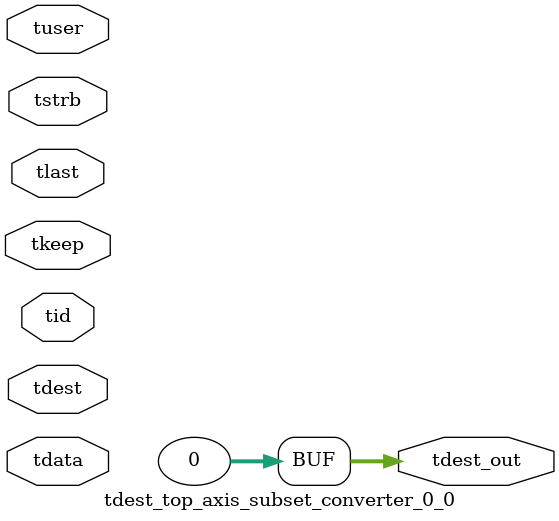
<source format=v>


`timescale 1ps/1ps

module tdest_top_axis_subset_converter_0_0 #
(
parameter C_S_AXIS_TDATA_WIDTH = 32,
parameter C_S_AXIS_TUSER_WIDTH = 0,
parameter C_S_AXIS_TID_WIDTH   = 0,
parameter C_S_AXIS_TDEST_WIDTH = 0,
parameter C_M_AXIS_TDEST_WIDTH = 32
)
(
input  [(C_S_AXIS_TDATA_WIDTH == 0 ? 1 : C_S_AXIS_TDATA_WIDTH)-1:0     ] tdata,
input  [(C_S_AXIS_TUSER_WIDTH == 0 ? 1 : C_S_AXIS_TUSER_WIDTH)-1:0     ] tuser,
input  [(C_S_AXIS_TID_WIDTH   == 0 ? 1 : C_S_AXIS_TID_WIDTH)-1:0       ] tid,
input  [(C_S_AXIS_TDEST_WIDTH == 0 ? 1 : C_S_AXIS_TDEST_WIDTH)-1:0     ] tdest,
input  [(C_S_AXIS_TDATA_WIDTH/8)-1:0 ] tkeep,
input  [(C_S_AXIS_TDATA_WIDTH/8)-1:0 ] tstrb,
input                                                                    tlast,
output [C_M_AXIS_TDEST_WIDTH-1:0] tdest_out
);

assign tdest_out = {1'b0};

endmodule


</source>
